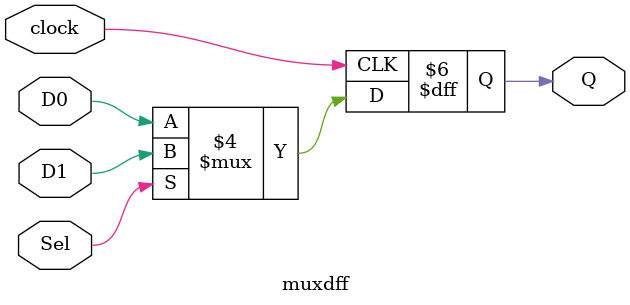
<source format=sv>
module muxdff
(
	input logic D0, D1, Sel, clock,
	output logic Q
);

	always_ff @(posedge clock) begin
	 	if (!Sel)
			Q <= D0;
		else
			Q <= D1;
	end

endmodule

</source>
